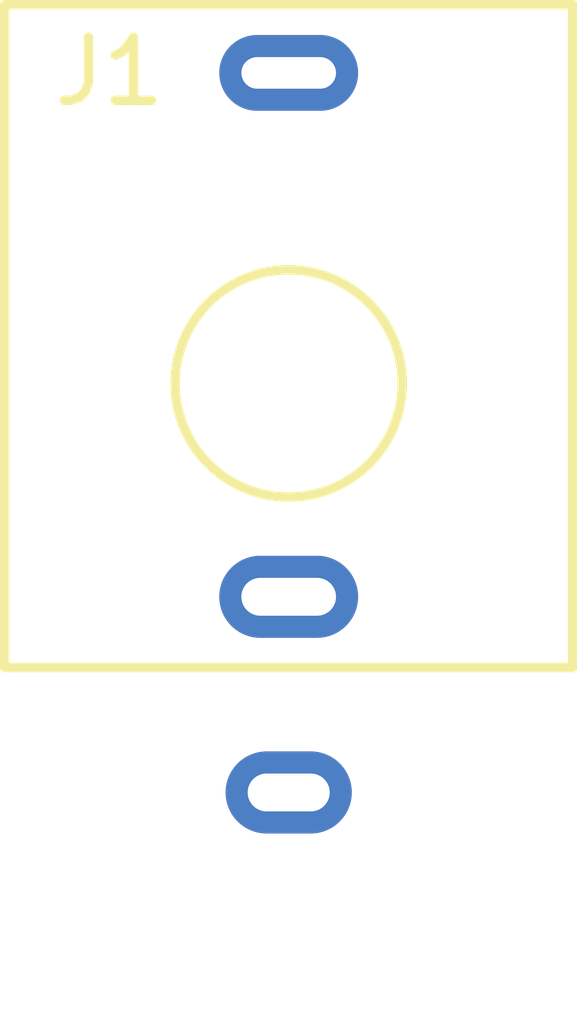
<source format=kicad_pcb>
(kicad_pcb (version 20211014) (generator pcbnew)
  (layers (0 "F.Cu" signal) (31 "B.Cu" signal) (34 "B.Paste" user) (35 "F.Paste" user) (36 "B.SilkS" user "B.Silkscreen") (37 "F.SilkS" user "F.Silkscreen") (38 "B.Mask" user) (39 "F.Mask" user) (44 "Edge.Cuts" user))
  (net 0 "")
  (net 1 "GND")
  (net 2 "Pin0")
  (net 3 "Cascade0")
  (footprint "Connector_Thonk:ThonkiconnJack" (layer "F.Cu") (at 0 0)
    (fp_text reference "J1" (at -2.84 -4.94) (layer "F.SilkS"))
    (fp_text value "IN")
    (fp_line (start -4.5 4.5) (end 4.5 4.5) (layer "F.SilkS") (width 0.15))
    (fp_line (start 4.5 -6) (end 4.5 4.5) (layer "F.SilkS") (width 0.15))
    (fp_line (start -4.5 -6) (end -4.5 4.5) (layer "F.SilkS") (width 0.15))
    (fp_line (start -4.5 -6) (end 4.5 -6) (layer "F.SilkS") (width 0.15))
    (fp_circle (center 0 0) (end 1.8 0) (layer "F.SilkS") (width 0.15) (fill none))
    (pad "" np_thru_hole circle locked (at 0 0) (size 2.5 2.5) (drill 2.5) (layers *.Cu *.Mask))
    (pad "S" thru_hole oval locked (at 0 6.48) (size 2 1.3) (drill oval 1.3 0.6) (layers *.Cu *.Mask) (net 1 "GND"))
    (pad "T" thru_hole oval locked (at 0 -4.92) (size 2.2 1.2) (drill oval 1.5 0.5) (layers *.Cu *.Mask) (net 2 "Pin0"))
    (pad "TN" thru_hole oval locked (at 0 3.38) (size 2.2 1.3) (drill oval 1.5 0.6) (layers *.Cu *.Mask) (net 3 "Cascade0"))
  )
)
</source>
